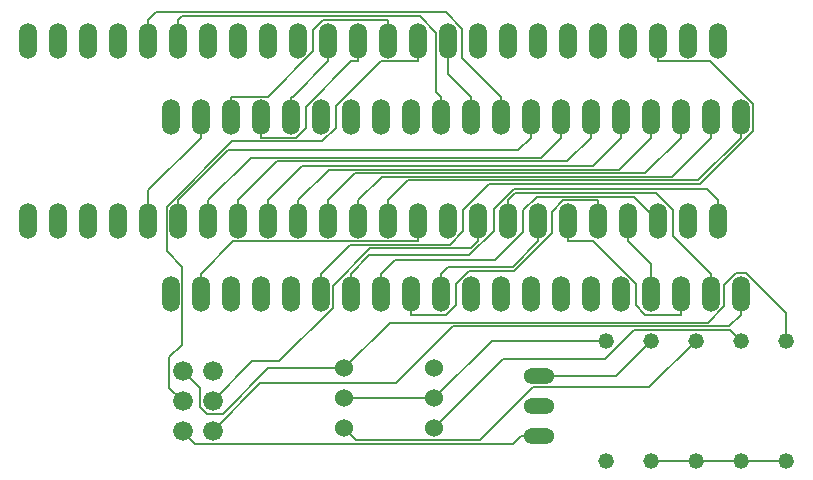
<source format=gbr>
G04 #@! TF.FileFunction,Copper,L1,Top,Signal*
%FSLAX46Y46*%
G04 Gerber Fmt 4.6, Leading zero omitted, Abs format (unit mm)*
G04 Created by KiCad (PCBNEW 4.0.6) date 06/10/18 11:22:36*
%MOMM*%
%LPD*%
G01*
G04 APERTURE LIST*
%ADD10C,0.100000*%
%ADD11C,1.524000*%
%ADD12O,2.641600X1.320800*%
%ADD13C,1.320800*%
%ADD14C,1.676400*%
%ADD15O,1.506220X3.014980*%
%ADD16C,0.152400*%
G04 APERTURE END LIST*
D10*
D11*
X144780000Y-118745000D03*
X144780000Y-116205000D03*
X144780000Y-121285000D03*
X152400000Y-121285000D03*
X152400000Y-118745000D03*
X152400000Y-116205000D03*
D12*
X161290000Y-119380000D03*
X161290000Y-116840000D03*
X161290000Y-121920000D03*
D13*
X182156000Y-113894000D03*
X182156000Y-124054000D03*
X178346000Y-113894000D03*
X178346000Y-124054000D03*
X174536000Y-113894000D03*
X174536000Y-124054000D03*
X170726000Y-124054000D03*
X170726000Y-113894000D03*
X166916000Y-113894000D03*
X166916000Y-124054000D03*
D14*
X131086000Y-121514000D03*
X131086000Y-118974000D03*
X131086000Y-116434000D03*
X133626000Y-121514000D03*
X133626000Y-118974000D03*
X133626000Y-116434000D03*
D15*
X130086000Y-109957000D03*
X132626000Y-109957000D03*
X135166000Y-109957000D03*
X137706000Y-109957000D03*
X140246000Y-109957000D03*
X142786000Y-109957000D03*
X145326000Y-109957000D03*
X147866000Y-109957000D03*
X150406000Y-109957000D03*
X152946000Y-109957000D03*
X155486000Y-109957000D03*
X158026000Y-109957000D03*
X160566000Y-109957000D03*
X163106000Y-109957000D03*
X165646000Y-109957000D03*
X168186000Y-109957000D03*
X170726000Y-109957000D03*
X173266000Y-109957000D03*
X175806000Y-109957000D03*
X178346000Y-109957000D03*
X178346000Y-94971000D03*
X175806000Y-94971000D03*
X173266000Y-94971000D03*
X170726000Y-94971000D03*
X168186000Y-94971000D03*
X165646000Y-94971000D03*
X163106000Y-94971000D03*
X160566000Y-94971000D03*
X158026000Y-94971000D03*
X155486000Y-94971000D03*
X152946000Y-94971000D03*
X150406000Y-94971000D03*
X147866000Y-94971000D03*
X145326000Y-94971000D03*
X142786000Y-94971000D03*
X140246000Y-94971000D03*
X137706000Y-94971000D03*
X135166000Y-94971000D03*
X132626000Y-94971000D03*
X130086000Y-94971000D03*
X118021000Y-103733600D03*
X120561000Y-103733600D03*
X123101000Y-103733600D03*
X125641000Y-103733600D03*
X128181000Y-103733600D03*
X130721000Y-103733600D03*
X133261000Y-103733600D03*
X135801000Y-103733600D03*
X138341000Y-103733600D03*
X140881000Y-103733600D03*
X143421000Y-103733600D03*
X145961000Y-103733600D03*
X148501000Y-103733600D03*
X151041000Y-103733600D03*
X153581000Y-103733600D03*
X156121000Y-103733600D03*
X158661000Y-103733600D03*
X161201000Y-103733600D03*
X163741000Y-103733600D03*
X166281000Y-103733600D03*
X168821000Y-103733600D03*
X171361000Y-103733600D03*
X173901000Y-103733600D03*
X176441000Y-103733600D03*
X176441000Y-88493600D03*
X173901000Y-88493600D03*
X171361000Y-88493600D03*
X168821000Y-88493600D03*
X166281000Y-88493600D03*
X163741000Y-88493600D03*
X161201000Y-88493600D03*
X158661000Y-88493600D03*
X156121000Y-88493600D03*
X153581000Y-88493600D03*
X151041000Y-88493600D03*
X148501000Y-88493600D03*
X145961000Y-88493600D03*
X143421000Y-88493600D03*
X140881000Y-88493600D03*
X138341000Y-88493600D03*
X135801000Y-88493600D03*
X133261000Y-88493600D03*
X130721000Y-88493600D03*
X128181000Y-88493600D03*
X125641000Y-88493600D03*
X123101000Y-88493600D03*
X120561000Y-88493600D03*
X118021000Y-88493600D03*
D16*
X170726000Y-124054000D02*
X174536000Y-124054000D01*
X182156000Y-124054000D02*
X178346000Y-124054000D01*
X178346000Y-124054000D02*
X174536000Y-124054000D01*
X153581000Y-91329600D02*
X155486000Y-93234600D01*
X153581000Y-88493600D02*
X153581000Y-91329600D01*
X155486000Y-94971000D02*
X155486000Y-93234600D01*
X152400000Y-118745000D02*
X144780000Y-118745000D01*
X157251000Y-113894000D02*
X152400000Y-118745000D01*
X166916000Y-113894000D02*
X157251000Y-113894000D01*
X167780000Y-116840000D02*
X170726000Y-113894000D01*
X161290000Y-116840000D02*
X167780000Y-116840000D01*
X159059800Y-122600500D02*
X159740300Y-121920000D01*
X132172500Y-122600500D02*
X159059800Y-122600500D01*
X131086000Y-121514000D02*
X132172500Y-122600500D01*
X161290000Y-121920000D02*
X159740300Y-121920000D01*
X138356500Y-116205000D02*
X144780000Y-116205000D01*
X134505400Y-120056100D02*
X138356500Y-116205000D01*
X133134200Y-120056100D02*
X134505400Y-120056100D01*
X132558900Y-119480800D02*
X133134200Y-120056100D01*
X132558900Y-117906900D02*
X132558900Y-119480800D01*
X131086000Y-116434000D02*
X132558900Y-117906900D01*
X182156000Y-111551300D02*
X182156000Y-113894000D01*
X178774200Y-108169500D02*
X182156000Y-111551300D01*
X177931700Y-108169500D02*
X178774200Y-108169500D01*
X176968000Y-109133200D02*
X177931700Y-108169500D01*
X176968000Y-110983100D02*
X176968000Y-109133200D01*
X175590400Y-112360700D02*
X176968000Y-110983100D01*
X148624300Y-112360700D02*
X175590400Y-112360700D01*
X144780000Y-116205000D02*
X148624300Y-112360700D01*
X177423100Y-112971100D02*
X178346000Y-113894000D01*
X169336900Y-112971100D02*
X177423100Y-112971100D01*
X166864700Y-115443300D02*
X169336900Y-112971100D01*
X158241700Y-115443300D02*
X166864700Y-115443300D01*
X152400000Y-121285000D02*
X158241700Y-115443300D01*
X170596800Y-117833200D02*
X174536000Y-113894000D01*
X160728500Y-117833200D02*
X170596800Y-117833200D01*
X156266400Y-122295300D02*
X160728500Y-117833200D01*
X145790300Y-122295300D02*
X156266400Y-122295300D01*
X144780000Y-121285000D02*
X145790300Y-122295300D01*
X129978300Y-117866300D02*
X131086000Y-118974000D01*
X129978300Y-115307500D02*
X129978300Y-117866300D01*
X131073700Y-114212100D02*
X129978300Y-115307500D01*
X131073700Y-107633200D02*
X131073700Y-114212100D01*
X129725600Y-106285100D02*
X131073700Y-107633200D01*
X129725600Y-102528600D02*
X129725600Y-106285100D01*
X135241600Y-97012600D02*
X129725600Y-102528600D01*
X142896900Y-97012600D02*
X135241600Y-97012600D01*
X144056000Y-95853500D02*
X142896900Y-97012600D01*
X144056000Y-94021000D02*
X144056000Y-95853500D01*
X147847000Y-90230000D02*
X144056000Y-94021000D01*
X151041000Y-90230000D02*
X147847000Y-90230000D01*
X151041000Y-88493600D02*
X151041000Y-90230000D01*
X156121000Y-103733600D02*
X156121000Y-105470000D01*
X155510800Y-106080200D02*
X156121000Y-105470000D01*
X146960000Y-106080200D02*
X155510800Y-106080200D01*
X143821700Y-109218500D02*
X146960000Y-106080200D01*
X143821700Y-111089400D02*
X143821700Y-109218500D01*
X139269700Y-115641400D02*
X143821700Y-111089400D01*
X136958600Y-115641400D02*
X139269700Y-115641400D01*
X133626000Y-118974000D02*
X136958600Y-115641400D01*
X178346000Y-109957000D02*
X178346000Y-111693400D01*
X177373500Y-112665900D02*
X178346000Y-111693400D01*
X153958400Y-112665900D02*
X177373500Y-112665900D01*
X149149300Y-117475000D02*
X153958400Y-112665900D01*
X137665000Y-117475000D02*
X149149300Y-117475000D01*
X133626000Y-121514000D02*
X137665000Y-117475000D01*
X135376600Y-105470000D02*
X132626000Y-108220600D01*
X151041000Y-105470000D02*
X135376600Y-105470000D01*
X151041000Y-103733600D02*
X151041000Y-105470000D01*
X132626000Y-109957000D02*
X132626000Y-108220600D01*
X171361000Y-88493600D02*
X171361000Y-90230000D01*
X142786000Y-109957000D02*
X142786000Y-108220600D01*
X175757100Y-90230000D02*
X171361000Y-90230000D01*
X179345200Y-93818100D02*
X175757100Y-90230000D01*
X179345200Y-96139900D02*
X179345200Y-93818100D01*
X174860800Y-100624300D02*
X179345200Y-96139900D01*
X157010400Y-100624300D02*
X174860800Y-100624300D01*
X154851000Y-102783700D02*
X157010400Y-100624300D01*
X154851000Y-104630900D02*
X154851000Y-102783700D01*
X153706800Y-105775100D02*
X154851000Y-104630900D01*
X145231500Y-105775100D02*
X153706800Y-105775100D01*
X142786000Y-108220600D02*
X145231500Y-105775100D01*
X145326000Y-109957000D02*
X145326000Y-108220600D01*
X176441000Y-103733600D02*
X176441000Y-101997200D01*
X175525700Y-101081900D02*
X176441000Y-101997200D01*
X159121600Y-101081900D02*
X175525700Y-101081900D01*
X157468900Y-102734600D02*
X159121600Y-101081900D01*
X157468900Y-104572600D02*
X157468900Y-102734600D01*
X155368100Y-106673400D02*
X157468900Y-104572600D01*
X146873200Y-106673400D02*
X155368100Y-106673400D01*
X145326000Y-108220600D02*
X146873200Y-106673400D01*
X149031500Y-107055100D02*
X147866000Y-108220600D01*
X157522000Y-107055100D02*
X149031500Y-107055100D01*
X159931000Y-104646100D02*
X157522000Y-107055100D01*
X159931000Y-102833400D02*
X159931000Y-104646100D01*
X161072300Y-101692100D02*
X159931000Y-102833400D01*
X169319500Y-101692100D02*
X161072300Y-101692100D01*
X171361000Y-103733600D02*
X169319500Y-101692100D01*
X147866000Y-109957000D02*
X147866000Y-108220600D01*
X153392000Y-111693400D02*
X150406000Y-111693400D01*
X154216000Y-110869400D02*
X153392000Y-111693400D01*
X154216000Y-109065900D02*
X154216000Y-110869400D01*
X155323800Y-107958100D02*
X154216000Y-109065900D01*
X159144600Y-107958100D02*
X155323800Y-107958100D01*
X162348500Y-104754200D02*
X159144600Y-107958100D01*
X162348500Y-102965600D02*
X162348500Y-104754200D01*
X163316900Y-101997200D02*
X162348500Y-102965600D01*
X166281000Y-101997200D02*
X163316900Y-101997200D01*
X166281000Y-103733600D02*
X166281000Y-101997200D01*
X150406000Y-109957000D02*
X150406000Y-111693400D01*
X161201000Y-103733600D02*
X161201000Y-105470000D01*
X152946000Y-109957000D02*
X152946000Y-108220600D01*
X153550600Y-107616000D02*
X152946000Y-108220600D01*
X153550600Y-107615900D02*
X153550600Y-107616000D01*
X159055100Y-107615900D02*
X153550600Y-107615900D01*
X161201000Y-105470000D02*
X159055100Y-107615900D01*
X170726000Y-107375000D02*
X170726000Y-109957000D01*
X168821000Y-105470000D02*
X170726000Y-107375000D01*
X168821000Y-103733600D02*
X168821000Y-105470000D01*
X170280000Y-111693400D02*
X173266000Y-111693400D01*
X169456000Y-110869400D02*
X170280000Y-111693400D01*
X169456000Y-109056700D02*
X169456000Y-110869400D01*
X165869300Y-105470000D02*
X169456000Y-109056700D01*
X163741000Y-105470000D02*
X165869300Y-105470000D01*
X163741000Y-103733600D02*
X163741000Y-105470000D01*
X173266000Y-109957000D02*
X173266000Y-111693400D01*
X158661000Y-103733600D02*
X158661000Y-101997200D01*
X175806000Y-109957000D02*
X175806000Y-108220600D01*
X159271200Y-101387000D02*
X158661000Y-101997200D01*
X171179500Y-101387000D02*
X159271200Y-101387000D01*
X172631000Y-102838500D02*
X171179500Y-101387000D01*
X172631000Y-105045600D02*
X172631000Y-102838500D01*
X175806000Y-108220600D02*
X172631000Y-105045600D01*
X148501000Y-103733600D02*
X148501000Y-101997200D01*
X178346000Y-94971000D02*
X178346000Y-96707400D01*
X150179000Y-100319200D02*
X148501000Y-101997200D01*
X174734200Y-100319200D02*
X150179000Y-100319200D01*
X178346000Y-96707400D02*
X174734200Y-100319200D01*
X145961000Y-103733600D02*
X145961000Y-101997200D01*
X175806000Y-94971000D02*
X175806000Y-96707400D01*
X147944100Y-100014100D02*
X145961000Y-101997200D01*
X172499300Y-100014100D02*
X147944100Y-100014100D01*
X175806000Y-96707400D02*
X172499300Y-100014100D01*
X143421000Y-103733600D02*
X143421000Y-101997200D01*
X173266000Y-94971000D02*
X173266000Y-96707400D01*
X145709200Y-99709000D02*
X143421000Y-101997200D01*
X170264400Y-99709000D02*
X145709200Y-99709000D01*
X173266000Y-96707400D02*
X170264400Y-99709000D01*
X140881000Y-103733600D02*
X140881000Y-101997200D01*
X170726000Y-94971000D02*
X170726000Y-96707400D01*
X143474400Y-99403800D02*
X140881000Y-101997200D01*
X168029600Y-99403800D02*
X143474400Y-99403800D01*
X170726000Y-96707400D02*
X168029600Y-99403800D01*
X138341000Y-103733600D02*
X138341000Y-101997200D01*
X168186000Y-94971000D02*
X168186000Y-96707400D01*
X141239500Y-99098700D02*
X138341000Y-101997200D01*
X165794700Y-99098700D02*
X141239500Y-99098700D01*
X168186000Y-96707400D02*
X165794700Y-99098700D01*
X135801000Y-103733600D02*
X135801000Y-101997200D01*
X165646000Y-94971000D02*
X165646000Y-96707400D01*
X139107600Y-98690600D02*
X135801000Y-101997200D01*
X163662800Y-98690600D02*
X139107600Y-98690600D01*
X165646000Y-96707400D02*
X163662800Y-98690600D01*
X133261000Y-103733600D02*
X133261000Y-101997200D01*
X163106000Y-94971000D02*
X163106000Y-96707400D01*
X161427900Y-98385500D02*
X163106000Y-96707400D01*
X136872700Y-98385500D02*
X161427900Y-98385500D01*
X133261000Y-101997200D02*
X136872700Y-98385500D01*
X159498200Y-97775200D02*
X160566000Y-96707400D01*
X134943000Y-97775200D02*
X159498200Y-97775200D01*
X130721000Y-101997200D02*
X134943000Y-97775200D01*
X130721000Y-103733600D02*
X130721000Y-101997200D01*
X160566000Y-94971000D02*
X160566000Y-96707400D01*
X128181000Y-88493600D02*
X128181000Y-86757200D01*
X128854200Y-86084000D02*
X128181000Y-86757200D01*
X153363800Y-86084000D02*
X128854200Y-86084000D01*
X154743000Y-87463200D02*
X153363800Y-86084000D01*
X154743000Y-89951600D02*
X154743000Y-87463200D01*
X158026000Y-93234600D02*
X154743000Y-89951600D01*
X158026000Y-94971000D02*
X158026000Y-93234600D01*
X152539100Y-92827700D02*
X152946000Y-93234600D01*
X152539100Y-87808400D02*
X152539100Y-92827700D01*
X151150100Y-86419400D02*
X152539100Y-87808400D01*
X131058800Y-86419400D02*
X151150100Y-86419400D01*
X130721000Y-86757200D02*
X131058800Y-86419400D01*
X130721000Y-88493600D02*
X130721000Y-86757200D01*
X152946000Y-94971000D02*
X152946000Y-93234600D01*
X140416400Y-93234600D02*
X140246000Y-93234600D01*
X143421000Y-90230000D02*
X140416400Y-93234600D01*
X143421000Y-88493600D02*
X143421000Y-90230000D01*
X140246000Y-94971000D02*
X140246000Y-93234600D01*
X140657700Y-96707400D02*
X137706000Y-96707400D01*
X141516000Y-95849100D02*
X140657700Y-96707400D01*
X141516000Y-94091000D02*
X141516000Y-95849100D01*
X145377000Y-90230000D02*
X141516000Y-94091000D01*
X145961000Y-90230000D02*
X145377000Y-90230000D01*
X145961000Y-88493600D02*
X145961000Y-90230000D01*
X137706000Y-94971000D02*
X137706000Y-96707400D01*
X138289100Y-93234600D02*
X135166000Y-93234600D01*
X142151000Y-89372700D02*
X138289100Y-93234600D01*
X142151000Y-87601100D02*
X142151000Y-89372700D01*
X142994900Y-86757200D02*
X142151000Y-87601100D01*
X148501000Y-86757200D02*
X142994900Y-86757200D01*
X148501000Y-88493600D02*
X148501000Y-86757200D01*
X135166000Y-94971000D02*
X135166000Y-93234600D01*
X128181000Y-101152400D02*
X132626000Y-96707400D01*
X128181000Y-103733600D02*
X128181000Y-101152400D01*
X132626000Y-94971000D02*
X132626000Y-96707400D01*
M02*

</source>
